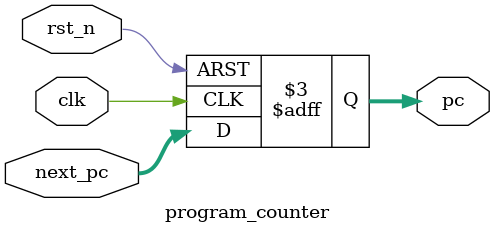
<source format=sv>
/*
===============================================================================
Project      : riscv-microarchitecture-lab
Author       : Sharjeel Imtiaz
Affiliation  : PhD Student, Tallinn University of Technology (TalTech)
Year         : 2026
Version      : v1.0 (Single-Cycle RV32I Foundation)

Contact      : sharjeel.imtiaz@taltech.ee
               sharjeelimtiazprof@gmail.com

Description  :
This file is part of the riscv-microarchitecture-lab project, a structured
research and teaching initiative focused on designing, verifying, and
formally reasoning about RISC-V microarchitectures.

The repository documents the progressive development of:
- A single-cycle RV32I processor
- A pipelined RV32IMC processor
- Assertion-based verification
- Formal verification and security-oriented microarchitectural analysis

Notes        :
- The design is intentionally modular to enable reuse across
  single-cycle and pipelined implementations.
- Formal properties and assertions are maintained in separate files.
- This project serves both research documentation and educational purposes.


===============================================================================
*/
// rtl/common/pc.sv
`timescale 1ns/1ps
module program_counter (
  input  logic        clk,
  input  logic        rst_n,
  input  logic [31:0] next_pc,
  output logic [31:0] pc
);
  always_ff @(posedge clk or negedge rst_n) begin
    if (!rst_n) pc <= 32'h0000_0000;
    else pc <= next_pc;
  end
endmodule
</source>
